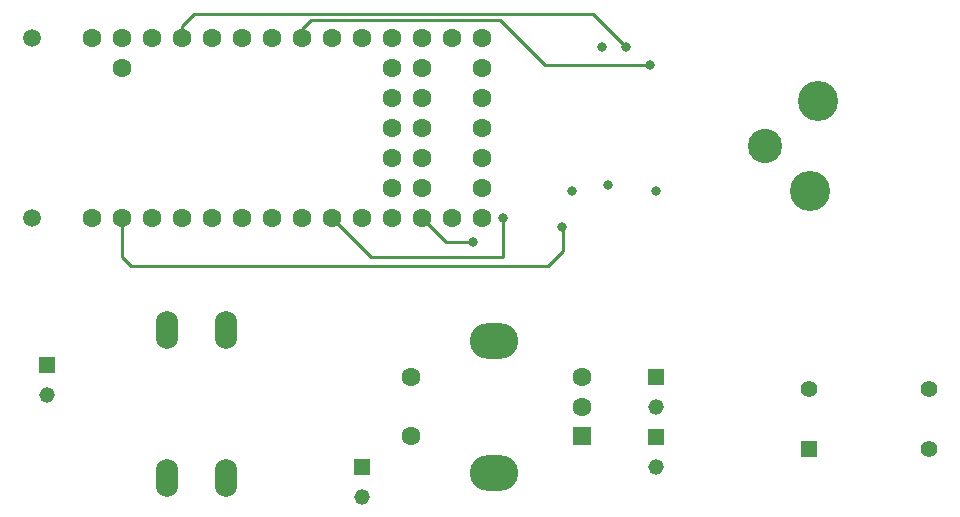
<source format=gbr>
%TF.GenerationSoftware,KiCad,Pcbnew,9.0.3*%
%TF.CreationDate,2025-08-09T15:05:22+10:00*%
%TF.ProjectId,soundrocket,736f756e-6472-46f6-936b-65742e6b6963,rev?*%
%TF.SameCoordinates,Original*%
%TF.FileFunction,Copper,L4,Bot*%
%TF.FilePolarity,Positive*%
%FSLAX46Y46*%
G04 Gerber Fmt 4.6, Leading zero omitted, Abs format (unit mm)*
G04 Created by KiCad (PCBNEW 9.0.3) date 2025-08-09 15:05:22*
%MOMM*%
%LPD*%
G01*
G04 APERTURE LIST*
G04 Aperture macros list*
%AMRoundRect*
0 Rectangle with rounded corners*
0 $1 Rounding radius*
0 $2 $3 $4 $5 $6 $7 $8 $9 X,Y pos of 4 corners*
0 Add a 4 corners polygon primitive as box body*
4,1,4,$2,$3,$4,$5,$6,$7,$8,$9,$2,$3,0*
0 Add four circle primitives for the rounded corners*
1,1,$1+$1,$2,$3*
1,1,$1+$1,$4,$5*
1,1,$1+$1,$6,$7*
1,1,$1+$1,$8,$9*
0 Add four rect primitives between the rounded corners*
20,1,$1+$1,$2,$3,$4,$5,0*
20,1,$1+$1,$4,$5,$6,$7,0*
20,1,$1+$1,$6,$7,$8,$9,0*
20,1,$1+$1,$8,$9,$2,$3,0*%
G04 Aperture macros list end*
%TA.AperFunction,ComponentPad*%
%ADD10R,1.318000X1.318000*%
%TD*%
%TA.AperFunction,ComponentPad*%
%ADD11C,1.318000*%
%TD*%
%TA.AperFunction,ComponentPad*%
%ADD12C,1.600000*%
%TD*%
%TA.AperFunction,ComponentPad*%
%ADD13RoundRect,0.250000X0.550000X0.550000X-0.550000X0.550000X-0.550000X-0.550000X0.550000X-0.550000X0*%
%TD*%
%TA.AperFunction,ComponentPad*%
%ADD14O,4.100000X3.000000*%
%TD*%
%TA.AperFunction,ComponentPad*%
%ADD15C,3.400000*%
%TD*%
%TA.AperFunction,ComponentPad*%
%ADD16C,2.900000*%
%TD*%
%TA.AperFunction,ComponentPad*%
%ADD17R,1.397000X1.397000*%
%TD*%
%TA.AperFunction,ComponentPad*%
%ADD18C,1.397000*%
%TD*%
%TA.AperFunction,ComponentPad*%
%ADD19C,1.500000*%
%TD*%
%TA.AperFunction,ComponentPad*%
%ADD20O,1.900000X3.200000*%
%TD*%
%TA.AperFunction,ViaPad*%
%ADD21C,0.800000*%
%TD*%
%TA.AperFunction,Conductor*%
%ADD22C,0.250000*%
%TD*%
G04 APERTURE END LIST*
D10*
%TO.P,C2,1*%
%TO.N,Net-(U1-5_IN2)*%
X174752000Y-60960000D03*
D11*
%TO.P,C2,2*%
%TO.N,GND*%
X174752000Y-63500000D03*
%TD*%
D12*
%TO.P,U1,1,GND*%
%TO.N,unconnected-(U1-GND-Pad1)*%
X127000000Y-47498000D03*
%TO.P,U1,2,0_RX1_CRX2_CS1*%
%TO.N,Net-(U1-0_RX1_CRX2_CS1)*%
X129540000Y-47498000D03*
%TO.P,U1,3,1_TX1_CTX2_MISO1*%
%TO.N,unconnected-(U1-1_TX1_CTX2_MISO1-Pad3)*%
X132080000Y-47498000D03*
%TO.P,U1,4,2_OUT2*%
%TO.N,Net-(U1-2_OUT2)*%
X134620000Y-47498000D03*
%TO.P,U1,5,3_LRCLK2*%
%TO.N,Net-(U1-3_LRCLK2)*%
X137160000Y-47498000D03*
%TO.P,U1,6,4_BCLK2*%
%TO.N,unconnected-(U1-4_BCLK2-Pad6)*%
X139700000Y-47498000D03*
%TO.P,U1,7,5_IN2*%
%TO.N,Net-(U1-5_IN2)*%
X142240000Y-47498000D03*
%TO.P,U1,8,6_OUT1D*%
%TO.N,Net-(U1-6_OUT1D)*%
X144780000Y-47498000D03*
%TO.P,U1,9,7_RX2_OUT1A*%
%TO.N,Net-(U1-7_RX2_OUT1A)*%
X147320000Y-47498000D03*
%TO.P,U1,10,8_TX2_IN1*%
%TO.N,unconnected-(U1-8_TX2_IN1-Pad10)*%
X149860000Y-47498000D03*
%TO.P,U1,11,9_OUT1C*%
%TO.N,unconnected-(U1-9_OUT1C-Pad11)*%
X152400000Y-47498000D03*
%TO.P,U1,12,10_CS_MQSR*%
%TO.N,Net-(U1-10_CS_MQSR)*%
X154940000Y-47498000D03*
%TO.P,U1,13,11_MOSI_CTX1*%
%TO.N,Net-(U1-11_MOSI_CTX1)*%
X157480000Y-47498000D03*
%TO.P,U1,14,12_MISO_MQSL*%
%TO.N,unconnected-(U1-12_MISO_MQSL-Pad14)*%
X160020000Y-47498000D03*
%TO.P,U1,15,VBAT*%
%TO.N,unconnected-(U1-VBAT-Pad15)*%
X160020000Y-44958000D03*
%TO.P,U1,16,3V3*%
%TO.N,unconnected-(U1-3V3-Pad16)*%
X160020000Y-42418000D03*
%TO.P,U1,17,GND*%
%TO.N,unconnected-(U1-GND-Pad17)*%
X160020000Y-39878000D03*
%TO.P,U1,18,PROGRAM*%
%TO.N,unconnected-(U1-PROGRAM-Pad18)*%
X160020000Y-37338000D03*
%TO.P,U1,19,ON_OFF*%
%TO.N,unconnected-(U1-ON_OFF-Pad19)*%
X160020000Y-34798000D03*
%TO.P,U1,20,13_SCK_CRX1_LED*%
%TO.N,unconnected-(U1-13_SCK_CRX1_LED-Pad20)*%
X160020000Y-32258000D03*
%TO.P,U1,21,14_A0_TX3_SPDIF_OUT*%
%TO.N,unconnected-(U1-14_A0_TX3_SPDIF_OUT-Pad21)*%
X157480000Y-32258000D03*
%TO.P,U1,22,15_A1_RX3_SPDIF_IN*%
%TO.N,unconnected-(U1-15_A1_RX3_SPDIF_IN-Pad22)*%
X154940000Y-32258000D03*
%TO.P,U1,23,16_A2_RX4_SCL1*%
%TO.N,unconnected-(U1-16_A2_RX4_SCL1-Pad23)*%
X152400000Y-32258000D03*
%TO.P,U1,24,17_A3_TX4_SDA1*%
%TO.N,unconnected-(U1-17_A3_TX4_SDA1-Pad24)*%
X149860000Y-32258000D03*
%TO.P,U1,25,18_A4_SDA0*%
%TO.N,unconnected-(U1-18_A4_SDA0-Pad25)*%
X147320000Y-32258000D03*
%TO.P,U1,26,19_A5_SCL0*%
%TO.N,Net-(U1-19_A5_SCL0)*%
X144780000Y-32258000D03*
%TO.P,U1,27,20_A6_TX5_LRCLK1*%
%TO.N,Net-(U1-20_A6_TX5_LRCLK1)*%
X142240000Y-32258000D03*
%TO.P,U1,28,21_A7_RX5_BCLK1*%
%TO.N,Net-(U1-21_A7_RX5_BCLK1)*%
X139700000Y-32258000D03*
%TO.P,U1,29,22_A8_CTX1*%
%TO.N,unconnected-(U1-22_A8_CTX1-Pad29)*%
X137160000Y-32258000D03*
%TO.P,U1,30,23_A9_CRX1_MCLK1*%
%TO.N,Net-(U1-23_A9_CRX1_MCLK1)*%
X134620000Y-32258000D03*
%TO.P,U1,31,3V3*%
%TO.N,Net-(U2-V_IO)*%
X132080000Y-32258000D03*
%TO.P,U1,32,GND*%
%TO.N,GND*%
X129540000Y-32258000D03*
%TO.P,U1,33,VIN*%
%TO.N,5V0*%
X127000000Y-32258000D03*
%TO.P,U1,34,VUSB*%
%TO.N,unconnected-(U1-VUSB-Pad34)*%
X129540000Y-34798000D03*
%TO.P,U1,35,24_A10_TX6_SCL2*%
%TO.N,unconnected-(U1-24_A10_TX6_SCL2-Pad35)*%
X154940000Y-34798000D03*
%TO.P,U1,36,25_A11_RX6_SDA2*%
%TO.N,unconnected-(U1-25_A11_RX6_SDA2-Pad36)*%
X152400000Y-34798000D03*
%TO.P,U1,37,26_A12_MOSI1*%
%TO.N,unconnected-(U1-26_A12_MOSI1-Pad37)*%
X154940000Y-37338000D03*
%TO.P,U1,38,27_A13_SCK1*%
%TO.N,unconnected-(U1-27_A13_SCK1-Pad38)*%
X152400000Y-37338000D03*
%TO.P,U1,39,28_RX7*%
%TO.N,unconnected-(U1-28_RX7-Pad39)*%
X154940000Y-39878000D03*
%TO.P,U1,40,29_TX7*%
%TO.N,unconnected-(U1-29_TX7-Pad40)*%
X152400000Y-39878000D03*
%TO.P,U1,41,30_CRX3*%
%TO.N,unconnected-(U1-30_CRX3-Pad41)*%
X154940000Y-42418000D03*
%TO.P,U1,42,31_CTX3*%
%TO.N,unconnected-(U1-31_CTX3-Pad42)*%
X152400000Y-42418000D03*
%TO.P,U1,43,32_OUT1B*%
%TO.N,unconnected-(U1-32_OUT1B-Pad43)*%
X154940000Y-44958000D03*
%TO.P,U1,44,33_MCLK2*%
%TO.N,unconnected-(U1-33_MCLK2-Pad44)*%
X152400000Y-44958000D03*
%TD*%
D13*
%TO.P,SW2,A,A*%
%TO.N,Net-(U1-6_OUT1D)*%
X168540000Y-66000000D03*
D12*
%TO.P,SW2,B,B*%
%TO.N,Net-(U1-5_IN2)*%
X168540000Y-61000000D03*
%TO.P,SW2,C,C*%
%TO.N,GND*%
X168540000Y-63500000D03*
%TO.P,SW2,S1,S1*%
%TO.N,Net-(C4-Pad1)*%
X154040000Y-66000000D03*
%TO.P,SW2,S2,S2*%
%TO.N,Net-(U1-3_LRCLK2)*%
X154040000Y-61000000D03*
D14*
%TO.P,SW2,SH*%
%TO.N,N/C*%
X161040000Y-69100000D03*
X161040000Y-57900000D03*
%TD*%
D10*
%TO.P,C4,1*%
%TO.N,Net-(C4-Pad1)*%
X149860000Y-68580000D03*
D11*
%TO.P,C4,2*%
%TO.N,GND*%
X149860000Y-71120000D03*
%TD*%
D15*
%TO.P,J1,1*%
%TO.N,/XLR-TX+*%
X188468000Y-37592000D03*
%TO.P,J1,2*%
%TO.N,/XLR-TX-*%
X187833000Y-45212000D03*
D16*
%TO.P,J1,3*%
%TO.N,GND*%
X184018000Y-41402000D03*
%TD*%
D17*
%TO.P,T1,1*%
%TO.N,/DIT4192-TX-*%
X187706000Y-67056000D03*
D18*
%TO.P,T1,2*%
%TO.N,/DIT4192-TX+*%
X187706000Y-61976000D03*
%TO.P,T1,3*%
%TO.N,/XLR-TX-*%
X197866000Y-67056000D03*
%TO.P,T1,4*%
%TO.N,/XLR-TX+*%
X197866000Y-61976000D03*
%TD*%
D19*
%TO.P,GND,1*%
%TO.N,GND*%
X121920000Y-47498000D03*
%TD*%
%TO.P,5V,1*%
%TO.N,5V0*%
X121920000Y-32258000D03*
%TD*%
D10*
%TO.P,C1,1*%
%TO.N,Net-(U1-6_OUT1D)*%
X174752000Y-66040000D03*
D11*
%TO.P,C1,2*%
%TO.N,GND*%
X174752000Y-68580000D03*
%TD*%
D10*
%TO.P,C3,1*%
%TO.N,Net-(C3-Pad1)*%
X123190000Y-59944000D03*
D11*
%TO.P,C3,2*%
%TO.N,GND*%
X123190000Y-62484000D03*
%TD*%
D20*
%TO.P,SW1,1,1*%
%TO.N,Net-(C3-Pad1)*%
X133390000Y-56996000D03*
%TO.P,SW1,2,2*%
%TO.N,Net-(U1-2_OUT2)*%
X138390000Y-56996000D03*
%TO.P,SW1,3*%
%TO.N,N/C*%
X133390000Y-69496000D03*
%TO.P,SW1,4*%
X138390000Y-69496000D03*
%TD*%
D21*
%TO.N,Net-(U1-7_RX2_OUT1A)*%
X161798000Y-47498000D03*
%TO.N,GND*%
X174790000Y-45250000D03*
X170180000Y-33020000D03*
X167640000Y-45212000D03*
%TO.N,Net-(U1-0_RX1_CRX2_CS1)*%
X166785001Y-48260000D03*
%TO.N,Net-(U1-10_CS_MQSR)*%
X159258000Y-49530000D03*
%TO.N,Net-(U1-19_A5_SCL0)*%
X174244000Y-34544000D03*
%TO.N,Net-(U1-23_A9_CRX1_MCLK1)*%
X172212000Y-33020000D03*
%TO.N,5V0*%
X170688000Y-44704000D03*
%TD*%
D22*
%TO.N,Net-(U1-7_RX2_OUT1A)*%
X150622000Y-50800000D02*
X161798000Y-50800000D01*
X161798000Y-50800000D02*
X161798000Y-47498000D01*
X150622000Y-50800000D02*
X147320000Y-47498000D01*
%TO.N,Net-(U1-0_RX1_CRX2_CS1)*%
X166878000Y-48352999D02*
X166785001Y-48260000D01*
X129540000Y-47498000D02*
X129540000Y-50800000D01*
X129540000Y-50800000D02*
X130302000Y-51562000D01*
X166878000Y-50292000D02*
X166878000Y-48352999D01*
X165608000Y-51562000D02*
X166878000Y-50292000D01*
X130302000Y-51562000D02*
X165608000Y-51562000D01*
%TO.N,Net-(U1-10_CS_MQSR)*%
X156972000Y-49530000D02*
X159258000Y-49530000D01*
X154940000Y-47498000D02*
X156972000Y-49530000D01*
%TO.N,Net-(U1-19_A5_SCL0)*%
X145542000Y-30734000D02*
X144780000Y-31496000D01*
X144780000Y-31496000D02*
X144780000Y-32258000D01*
X174244000Y-34544000D02*
X165354000Y-34544000D01*
X165354000Y-34544000D02*
X161544000Y-30734000D01*
X161544000Y-30734000D02*
X145542000Y-30734000D01*
%TO.N,Net-(U1-23_A9_CRX1_MCLK1)*%
X172212000Y-33020000D02*
X169418000Y-30226000D01*
X135636000Y-30226000D02*
X134620000Y-31242000D01*
X169418000Y-30226000D02*
X135636000Y-30226000D01*
X134620000Y-31242000D02*
X134620000Y-32258000D01*
%TD*%
M02*

</source>
